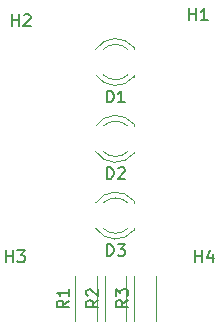
<source format=gbr>
%TF.GenerationSoftware,KiCad,Pcbnew,9.0.1*%
%TF.CreationDate,2025-05-11T21:22:52+02:00*%
%TF.ProjectId,Traffic_Light_Arduino,54726166-6669-4635-9f4c-696768745f41,rev?*%
%TF.SameCoordinates,Original*%
%TF.FileFunction,Legend,Top*%
%TF.FilePolarity,Positive*%
%FSLAX46Y46*%
G04 Gerber Fmt 4.6, Leading zero omitted, Abs format (unit mm)*
G04 Created by KiCad (PCBNEW 9.0.1) date 2025-05-11 21:22:52*
%MOMM*%
%LPD*%
G01*
G04 APERTURE LIST*
%ADD10C,0.150000*%
%ADD11C,0.120000*%
G04 APERTURE END LIST*
D10*
X175738095Y-94954819D02*
X175738095Y-93954819D01*
X175738095Y-94431009D02*
X176309523Y-94431009D01*
X176309523Y-94954819D02*
X176309523Y-93954819D01*
X177214285Y-94288152D02*
X177214285Y-94954819D01*
X176976190Y-93907200D02*
X176738095Y-94621485D01*
X176738095Y-94621485D02*
X177357142Y-94621485D01*
X170034819Y-98166666D02*
X169558628Y-98499999D01*
X170034819Y-98738094D02*
X169034819Y-98738094D01*
X169034819Y-98738094D02*
X169034819Y-98357142D01*
X169034819Y-98357142D02*
X169082438Y-98261904D01*
X169082438Y-98261904D02*
X169130057Y-98214285D01*
X169130057Y-98214285D02*
X169225295Y-98166666D01*
X169225295Y-98166666D02*
X169368152Y-98166666D01*
X169368152Y-98166666D02*
X169463390Y-98214285D01*
X169463390Y-98214285D02*
X169511009Y-98261904D01*
X169511009Y-98261904D02*
X169558628Y-98357142D01*
X169558628Y-98357142D02*
X169558628Y-98738094D01*
X169034819Y-97833332D02*
X169034819Y-97214285D01*
X169034819Y-97214285D02*
X169415771Y-97547618D01*
X169415771Y-97547618D02*
X169415771Y-97404761D01*
X169415771Y-97404761D02*
X169463390Y-97309523D01*
X169463390Y-97309523D02*
X169511009Y-97261904D01*
X169511009Y-97261904D02*
X169606247Y-97214285D01*
X169606247Y-97214285D02*
X169844342Y-97214285D01*
X169844342Y-97214285D02*
X169939580Y-97261904D01*
X169939580Y-97261904D02*
X169987200Y-97309523D01*
X169987200Y-97309523D02*
X170034819Y-97404761D01*
X170034819Y-97404761D02*
X170034819Y-97690475D01*
X170034819Y-97690475D02*
X169987200Y-97785713D01*
X169987200Y-97785713D02*
X169939580Y-97833332D01*
X167534819Y-98166666D02*
X167058628Y-98499999D01*
X167534819Y-98738094D02*
X166534819Y-98738094D01*
X166534819Y-98738094D02*
X166534819Y-98357142D01*
X166534819Y-98357142D02*
X166582438Y-98261904D01*
X166582438Y-98261904D02*
X166630057Y-98214285D01*
X166630057Y-98214285D02*
X166725295Y-98166666D01*
X166725295Y-98166666D02*
X166868152Y-98166666D01*
X166868152Y-98166666D02*
X166963390Y-98214285D01*
X166963390Y-98214285D02*
X167011009Y-98261904D01*
X167011009Y-98261904D02*
X167058628Y-98357142D01*
X167058628Y-98357142D02*
X167058628Y-98738094D01*
X166630057Y-97785713D02*
X166582438Y-97738094D01*
X166582438Y-97738094D02*
X166534819Y-97642856D01*
X166534819Y-97642856D02*
X166534819Y-97404761D01*
X166534819Y-97404761D02*
X166582438Y-97309523D01*
X166582438Y-97309523D02*
X166630057Y-97261904D01*
X166630057Y-97261904D02*
X166725295Y-97214285D01*
X166725295Y-97214285D02*
X166820533Y-97214285D01*
X166820533Y-97214285D02*
X166963390Y-97261904D01*
X166963390Y-97261904D02*
X167534819Y-97833332D01*
X167534819Y-97833332D02*
X167534819Y-97214285D01*
X165034819Y-98206666D02*
X164558628Y-98539999D01*
X165034819Y-98778094D02*
X164034819Y-98778094D01*
X164034819Y-98778094D02*
X164034819Y-98397142D01*
X164034819Y-98397142D02*
X164082438Y-98301904D01*
X164082438Y-98301904D02*
X164130057Y-98254285D01*
X164130057Y-98254285D02*
X164225295Y-98206666D01*
X164225295Y-98206666D02*
X164368152Y-98206666D01*
X164368152Y-98206666D02*
X164463390Y-98254285D01*
X164463390Y-98254285D02*
X164511009Y-98301904D01*
X164511009Y-98301904D02*
X164558628Y-98397142D01*
X164558628Y-98397142D02*
X164558628Y-98778094D01*
X165034819Y-97254285D02*
X165034819Y-97825713D01*
X165034819Y-97539999D02*
X164034819Y-97539999D01*
X164034819Y-97539999D02*
X164177676Y-97635237D01*
X164177676Y-97635237D02*
X164272914Y-97730475D01*
X164272914Y-97730475D02*
X164320533Y-97825713D01*
X159738095Y-94954819D02*
X159738095Y-93954819D01*
X159738095Y-94431009D02*
X160309523Y-94431009D01*
X160309523Y-94954819D02*
X160309523Y-93954819D01*
X160690476Y-93954819D02*
X161309523Y-93954819D01*
X161309523Y-93954819D02*
X160976190Y-94335771D01*
X160976190Y-94335771D02*
X161119047Y-94335771D01*
X161119047Y-94335771D02*
X161214285Y-94383390D01*
X161214285Y-94383390D02*
X161261904Y-94431009D01*
X161261904Y-94431009D02*
X161309523Y-94526247D01*
X161309523Y-94526247D02*
X161309523Y-94764342D01*
X161309523Y-94764342D02*
X161261904Y-94859580D01*
X161261904Y-94859580D02*
X161214285Y-94907200D01*
X161214285Y-94907200D02*
X161119047Y-94954819D01*
X161119047Y-94954819D02*
X160833333Y-94954819D01*
X160833333Y-94954819D02*
X160738095Y-94907200D01*
X160738095Y-94907200D02*
X160690476Y-94859580D01*
X160238095Y-74954819D02*
X160238095Y-73954819D01*
X160238095Y-74431009D02*
X160809523Y-74431009D01*
X160809523Y-74954819D02*
X160809523Y-73954819D01*
X161238095Y-74050057D02*
X161285714Y-74002438D01*
X161285714Y-74002438D02*
X161380952Y-73954819D01*
X161380952Y-73954819D02*
X161619047Y-73954819D01*
X161619047Y-73954819D02*
X161714285Y-74002438D01*
X161714285Y-74002438D02*
X161761904Y-74050057D01*
X161761904Y-74050057D02*
X161809523Y-74145295D01*
X161809523Y-74145295D02*
X161809523Y-74240533D01*
X161809523Y-74240533D02*
X161761904Y-74383390D01*
X161761904Y-74383390D02*
X161190476Y-74954819D01*
X161190476Y-74954819D02*
X161809523Y-74954819D01*
X175238095Y-74454819D02*
X175238095Y-73454819D01*
X175238095Y-73931009D02*
X175809523Y-73931009D01*
X175809523Y-74454819D02*
X175809523Y-73454819D01*
X176809523Y-74454819D02*
X176238095Y-74454819D01*
X176523809Y-74454819D02*
X176523809Y-73454819D01*
X176523809Y-73454819D02*
X176428571Y-73597676D01*
X176428571Y-73597676D02*
X176333333Y-73692914D01*
X176333333Y-73692914D02*
X176238095Y-73740533D01*
X168261905Y-94414819D02*
X168261905Y-93414819D01*
X168261905Y-93414819D02*
X168500000Y-93414819D01*
X168500000Y-93414819D02*
X168642857Y-93462438D01*
X168642857Y-93462438D02*
X168738095Y-93557676D01*
X168738095Y-93557676D02*
X168785714Y-93652914D01*
X168785714Y-93652914D02*
X168833333Y-93843390D01*
X168833333Y-93843390D02*
X168833333Y-93986247D01*
X168833333Y-93986247D02*
X168785714Y-94176723D01*
X168785714Y-94176723D02*
X168738095Y-94271961D01*
X168738095Y-94271961D02*
X168642857Y-94367200D01*
X168642857Y-94367200D02*
X168500000Y-94414819D01*
X168500000Y-94414819D02*
X168261905Y-94414819D01*
X169166667Y-93414819D02*
X169785714Y-93414819D01*
X169785714Y-93414819D02*
X169452381Y-93795771D01*
X169452381Y-93795771D02*
X169595238Y-93795771D01*
X169595238Y-93795771D02*
X169690476Y-93843390D01*
X169690476Y-93843390D02*
X169738095Y-93891009D01*
X169738095Y-93891009D02*
X169785714Y-93986247D01*
X169785714Y-93986247D02*
X169785714Y-94224342D01*
X169785714Y-94224342D02*
X169738095Y-94319580D01*
X169738095Y-94319580D02*
X169690476Y-94367200D01*
X169690476Y-94367200D02*
X169595238Y-94414819D01*
X169595238Y-94414819D02*
X169309524Y-94414819D01*
X169309524Y-94414819D02*
X169214286Y-94367200D01*
X169214286Y-94367200D02*
X169166667Y-94319580D01*
X168261905Y-87914819D02*
X168261905Y-86914819D01*
X168261905Y-86914819D02*
X168500000Y-86914819D01*
X168500000Y-86914819D02*
X168642857Y-86962438D01*
X168642857Y-86962438D02*
X168738095Y-87057676D01*
X168738095Y-87057676D02*
X168785714Y-87152914D01*
X168785714Y-87152914D02*
X168833333Y-87343390D01*
X168833333Y-87343390D02*
X168833333Y-87486247D01*
X168833333Y-87486247D02*
X168785714Y-87676723D01*
X168785714Y-87676723D02*
X168738095Y-87771961D01*
X168738095Y-87771961D02*
X168642857Y-87867200D01*
X168642857Y-87867200D02*
X168500000Y-87914819D01*
X168500000Y-87914819D02*
X168261905Y-87914819D01*
X169214286Y-87010057D02*
X169261905Y-86962438D01*
X169261905Y-86962438D02*
X169357143Y-86914819D01*
X169357143Y-86914819D02*
X169595238Y-86914819D01*
X169595238Y-86914819D02*
X169690476Y-86962438D01*
X169690476Y-86962438D02*
X169738095Y-87010057D01*
X169738095Y-87010057D02*
X169785714Y-87105295D01*
X169785714Y-87105295D02*
X169785714Y-87200533D01*
X169785714Y-87200533D02*
X169738095Y-87343390D01*
X169738095Y-87343390D02*
X169166667Y-87914819D01*
X169166667Y-87914819D02*
X169785714Y-87914819D01*
X168261905Y-81414819D02*
X168261905Y-80414819D01*
X168261905Y-80414819D02*
X168500000Y-80414819D01*
X168500000Y-80414819D02*
X168642857Y-80462438D01*
X168642857Y-80462438D02*
X168738095Y-80557676D01*
X168738095Y-80557676D02*
X168785714Y-80652914D01*
X168785714Y-80652914D02*
X168833333Y-80843390D01*
X168833333Y-80843390D02*
X168833333Y-80986247D01*
X168833333Y-80986247D02*
X168785714Y-81176723D01*
X168785714Y-81176723D02*
X168738095Y-81271961D01*
X168738095Y-81271961D02*
X168642857Y-81367200D01*
X168642857Y-81367200D02*
X168500000Y-81414819D01*
X168500000Y-81414819D02*
X168261905Y-81414819D01*
X169785714Y-81414819D02*
X169214286Y-81414819D01*
X169500000Y-81414819D02*
X169500000Y-80414819D01*
X169500000Y-80414819D02*
X169404762Y-80557676D01*
X169404762Y-80557676D02*
X169309524Y-80652914D01*
X169309524Y-80652914D02*
X169214286Y-80700533D01*
D11*
%TO.C,R3*%
X170580000Y-99920000D02*
X170580000Y-96080000D01*
X172420000Y-99920000D02*
X172420000Y-96080000D01*
%TO.C,R2*%
X168080000Y-99920000D02*
X168080000Y-96080000D01*
X169920000Y-99920000D02*
X169920000Y-96080000D01*
%TO.C,R1*%
X165580000Y-99960000D02*
X165580000Y-96120000D01*
X167420000Y-99960000D02*
X167420000Y-96120000D01*
%TO.C,D3*%
X170560000Y-92236000D02*
X170560000Y-92080000D01*
X170560000Y-89920000D02*
X170560000Y-89764000D01*
X170560000Y-92235516D02*
G75*
G02*
X167328603Y-92080061I-1560000J1235516D01*
G01*
X170040961Y-92080000D02*
G75*
G02*
X167959090Y-92080049I-1040961J1080000D01*
G01*
X167959090Y-89919951D02*
G75*
G02*
X170040961Y-89920000I1040910J-1080049D01*
G01*
X167328603Y-89919939D02*
G75*
G02*
X170560000Y-89764484I1671397J-1080061D01*
G01*
%TO.C,D2*%
X170560000Y-85736000D02*
X170560000Y-85580000D01*
X170560000Y-83420000D02*
X170560000Y-83264000D01*
X170560000Y-85735516D02*
G75*
G02*
X167328603Y-85580061I-1560000J1235516D01*
G01*
X170040961Y-85580000D02*
G75*
G02*
X167959090Y-85580049I-1040961J1080000D01*
G01*
X167959090Y-83419951D02*
G75*
G02*
X170040961Y-83420000I1040910J-1080049D01*
G01*
X167328603Y-83419939D02*
G75*
G02*
X170560000Y-83264484I1671397J-1080061D01*
G01*
%TO.C,D1*%
X170560000Y-79236000D02*
X170560000Y-79080000D01*
X170560000Y-76920000D02*
X170560000Y-76764000D01*
X170560000Y-79235516D02*
G75*
G02*
X167328603Y-79080061I-1560000J1235516D01*
G01*
X170040961Y-79080000D02*
G75*
G02*
X167959090Y-79080049I-1040961J1080000D01*
G01*
X167959090Y-76919951D02*
G75*
G02*
X170040961Y-76920000I1040910J-1080049D01*
G01*
X167328603Y-76919939D02*
G75*
G02*
X170560000Y-76764484I1671397J-1080061D01*
G01*
%TD*%
M02*

</source>
